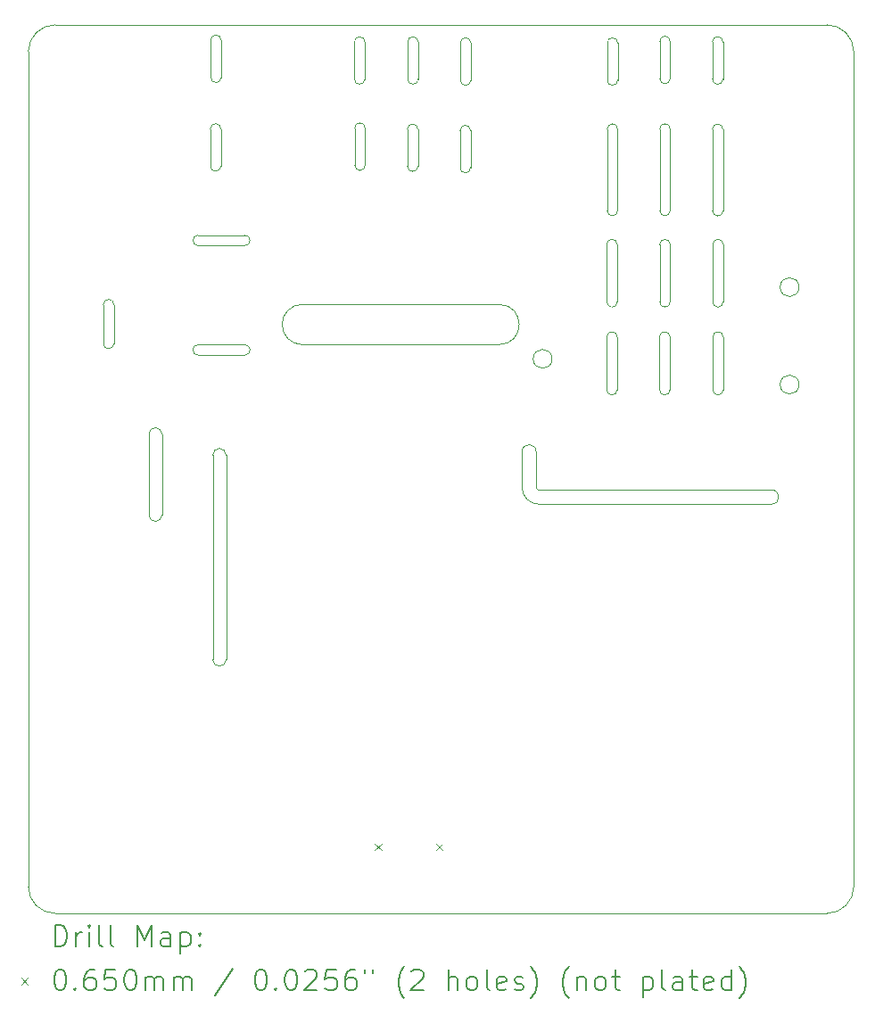
<source format=gbr>
%FSLAX45Y45*%
G04 Gerber Fmt 4.5, Leading zero omitted, Abs format (unit mm)*
G04 Created by KiCad (PCBNEW (6.0.4)) date 2022-03-20 23:45:55*
%MOMM*%
%LPD*%
G01*
G04 APERTURE LIST*
%TA.AperFunction,Profile*%
%ADD10C,0.050000*%
%TD*%
%TA.AperFunction,Profile*%
%ADD11C,0.100000*%
%TD*%
%ADD12C,0.200000*%
%ADD13C,0.065000*%
G04 APERTURE END LIST*
D10*
X20097750Y-15170150D02*
G75*
G03*
X20351750Y-14916150I0J254000D01*
G01*
X20351750Y-14916150D02*
X20351750Y-6991350D01*
X16183650Y-15170350D02*
X12769850Y-15170350D01*
X19832150Y-9226550D02*
G75*
G03*
X19832150Y-9226550I-90000J0D01*
G01*
D11*
X16985200Y-9771503D02*
X15115170Y-9771503D01*
D10*
X20097750Y-6737350D02*
X12769850Y-6737350D01*
D11*
X15115170Y-9391060D02*
X16985200Y-9391060D01*
D10*
X15115170Y-9391057D02*
G75*
G03*
X15115170Y-9771503I-1J-190223D01*
G01*
X12515850Y-14916150D02*
X12515850Y-6991350D01*
X16985200Y-9771500D02*
G75*
G03*
X16985200Y-9391060I0J190220D01*
G01*
X12515850Y-14916150D02*
G75*
G03*
X12769850Y-15170350I254200J0D01*
G01*
X20097750Y-15170150D02*
X16183650Y-15170350D01*
X20351750Y-6991350D02*
G75*
G03*
X20097750Y-6737350I-254000J0D01*
G01*
X18609605Y-9365955D02*
X18609605Y-8822985D01*
X19010040Y-6899910D02*
X19010040Y-7250750D01*
X17487730Y-9907270D02*
G75*
G03*
X17487730Y-9907270I-90000J0D01*
G01*
X15611520Y-6899910D02*
X15611520Y-7250750D01*
D11*
X17202150Y-11126470D02*
X17202150Y-10788650D01*
D10*
X14571237Y-9872918D02*
G75*
G03*
X14571237Y-9773263I3J49828D01*
G01*
X18011820Y-7260910D02*
G75*
G03*
X18111470Y-7260910I49825J0D01*
G01*
X18007035Y-8822985D02*
X18007035Y-9365955D01*
X18111470Y-6910070D02*
G75*
G03*
X18011820Y-6910070I-49825J0D01*
G01*
X16214090Y-8078790D02*
X16214090Y-7727950D01*
X14245000Y-7725410D02*
X14245000Y-8076250D01*
X18106685Y-9365955D02*
X18106685Y-8822985D01*
X18007035Y-10200000D02*
G75*
G03*
X18106685Y-10200000I49825J0D01*
G01*
X16116980Y-7250750D02*
G75*
G03*
X16216630Y-7250750I49825J0D01*
G01*
X19010335Y-8500990D02*
G75*
G03*
X19109985Y-8500990I49825J0D01*
G01*
X14393650Y-10821350D02*
G75*
G03*
X14266650Y-10821350I-63500J0D01*
G01*
X19832150Y-10151110D02*
G75*
G03*
X19832150Y-10151110I-90000J0D01*
G01*
X17202150Y-11126470D02*
G75*
G03*
X17362170Y-11286490I160020J0D01*
G01*
X19112525Y-9365955D02*
X19112525Y-8822985D01*
X18509955Y-9365955D02*
G75*
G03*
X18609605Y-9365955I49825J0D01*
G01*
X16216630Y-6899910D02*
G75*
G03*
X16116980Y-6899910I-49825J0D01*
G01*
X19010040Y-7250750D02*
G75*
G03*
X19109690Y-7250750I49825J0D01*
G01*
X14571237Y-8733438D02*
X14128062Y-8733438D01*
X15614060Y-7717790D02*
X15614060Y-8068630D01*
X18106685Y-8822985D02*
G75*
G03*
X18007035Y-8822985I-49825J0D01*
G01*
X19010335Y-7728245D02*
X19010335Y-8500990D01*
X19109985Y-8500990D02*
X19109985Y-7728245D01*
X14128062Y-9773433D02*
G75*
G03*
X14128062Y-9873088I-283J-49828D01*
G01*
X16617360Y-6910070D02*
X16617360Y-7260910D01*
D11*
X17362170Y-11151870D02*
X19571970Y-11151870D01*
D10*
X17336770Y-10788650D02*
G75*
G03*
X17202150Y-10788650I-67310J0D01*
G01*
X18507415Y-9700000D02*
X18507415Y-10200000D01*
X14128062Y-9873088D02*
X14571237Y-9872913D01*
X16614820Y-7740650D02*
X16614820Y-8091490D01*
D11*
X17336770Y-10788650D02*
X17336770Y-11126470D01*
D10*
X19112525Y-8822985D02*
G75*
G03*
X19012875Y-8822985I-49825J0D01*
G01*
X18010650Y-7727070D02*
X18010650Y-8499815D01*
X14247650Y-7235190D02*
G75*
G03*
X14347300Y-7235190I49825J0D01*
G01*
X15611520Y-7250750D02*
G75*
G03*
X15711170Y-7250750I49825J0D01*
G01*
X18609310Y-7245670D02*
X18609310Y-6894830D01*
X19112525Y-10200000D02*
X19112525Y-9700000D01*
X15713710Y-8068630D02*
X15713710Y-7717790D01*
X18007035Y-9700000D02*
X18007035Y-10200000D01*
X19109985Y-7728245D02*
G75*
G03*
X19010335Y-7728245I-49825J0D01*
G01*
X16114440Y-8078790D02*
G75*
G03*
X16214090Y-8078790I49825J0D01*
G01*
X18011820Y-6910070D02*
X18011820Y-7260910D01*
X16714470Y-8091490D02*
X16714470Y-7740650D01*
X19012875Y-9700000D02*
X19012875Y-10200000D01*
X13229000Y-9760925D02*
G75*
G03*
X13328650Y-9760925I49825J0D01*
G01*
D11*
X19571970Y-11286490D02*
X17362170Y-11286490D01*
D10*
X18609605Y-8498450D02*
X18609605Y-7725705D01*
X18010650Y-8499815D02*
G75*
G03*
X18110300Y-8499815I49825J0D01*
G01*
X17336770Y-11126470D02*
G75*
G03*
X17362170Y-11151870I25400J0D01*
G01*
X15614060Y-8068630D02*
G75*
G03*
X15713710Y-8068630I49825J0D01*
G01*
X14347300Y-6884350D02*
G75*
G03*
X14247650Y-6884350I-49825J0D01*
G01*
X14347300Y-7235190D02*
X14347300Y-6884350D01*
X14571237Y-8833083D02*
G75*
G03*
X14571237Y-8733438I3J49823D01*
G01*
X14344650Y-8076250D02*
X14344650Y-7725410D01*
X18110300Y-8499815D02*
X18110300Y-7727070D01*
X14344650Y-7725410D02*
G75*
G03*
X14245000Y-7725410I-49825J0D01*
G01*
X14245000Y-8076250D02*
G75*
G03*
X14344650Y-8076250I49825J0D01*
G01*
X13786650Y-10624350D02*
X13786650Y-11386350D01*
X16717010Y-7260910D02*
X16717010Y-6910070D01*
X16116980Y-6899910D02*
X16116980Y-7250750D01*
X13659650Y-11386350D02*
X13659650Y-10624350D01*
X14266650Y-12761910D02*
G75*
G03*
X14393650Y-12761910I63500J1561D01*
G01*
X18509955Y-8822985D02*
X18509955Y-9365955D01*
X16717010Y-6910070D02*
G75*
G03*
X16617360Y-6910070I-49825J0D01*
G01*
X18007035Y-9365955D02*
G75*
G03*
X18106685Y-9365955I49825J0D01*
G01*
X16114440Y-7727950D02*
X16114440Y-8078790D01*
X12769850Y-6737350D02*
G75*
G03*
X12515850Y-6991350I0J-254000D01*
G01*
X14128062Y-8733433D02*
G75*
G03*
X14128062Y-8833088I-3J-49828D01*
G01*
X16214090Y-7727950D02*
G75*
G03*
X16114440Y-7727950I-49825J0D01*
G01*
X13229000Y-9392975D02*
X13229000Y-9760925D01*
X18509955Y-7725705D02*
X18509955Y-8498450D01*
X16216630Y-7250750D02*
X16216630Y-6899910D01*
X18609605Y-8822985D02*
G75*
G03*
X18509955Y-8822985I-49825J0D01*
G01*
X18509660Y-7245670D02*
G75*
G03*
X18609310Y-7245670I49825J0D01*
G01*
X18609310Y-6894830D02*
G75*
G03*
X18509660Y-6894830I-49825J0D01*
G01*
X14266650Y-10821350D02*
X14266650Y-12761910D01*
X16614820Y-8091490D02*
G75*
G03*
X16714470Y-8091490I49825J0D01*
G01*
X19112525Y-9700000D02*
G75*
G03*
X19012875Y-9700000I-49825J0D01*
G01*
X19012875Y-9365955D02*
G75*
G03*
X19112525Y-9365955I49825J0D01*
G01*
X18509955Y-8498450D02*
G75*
G03*
X18609605Y-8498450I49825J0D01*
G01*
X15713710Y-7717790D02*
G75*
G03*
X15614060Y-7717790I-49825J0D01*
G01*
X18507415Y-10200000D02*
G75*
G03*
X18607065Y-10200000I49825J0D01*
G01*
X19109690Y-7250750D02*
X19109690Y-6899910D01*
X18609605Y-7725705D02*
G75*
G03*
X18509955Y-7725705I-49825J0D01*
G01*
X15711170Y-6899910D02*
G75*
G03*
X15611520Y-6899910I-49825J0D01*
G01*
X15711170Y-7250750D02*
X15711170Y-6899910D01*
X14247650Y-6884350D02*
X14247650Y-7235190D01*
X19012875Y-8822985D02*
X19012875Y-9365955D01*
X14571237Y-9773263D02*
X14128062Y-9773438D01*
X18106685Y-10200000D02*
X18106685Y-9700000D01*
X13328650Y-9392975D02*
G75*
G03*
X13229000Y-9392975I-49825J0D01*
G01*
X19571970Y-11286490D02*
G75*
G03*
X19571970Y-11151870I0J67310D01*
G01*
X18106685Y-9700000D02*
G75*
G03*
X18007035Y-9700000I-49825J0D01*
G01*
X18607065Y-9700000D02*
G75*
G03*
X18507415Y-9700000I-49825J0D01*
G01*
X16714470Y-7740650D02*
G75*
G03*
X16614820Y-7740650I-49825J0D01*
G01*
X19109690Y-6899910D02*
G75*
G03*
X19010040Y-6899910I-49825J0D01*
G01*
X16617360Y-7260910D02*
G75*
G03*
X16717010Y-7260910I49825J0D01*
G01*
X13328650Y-9760925D02*
X13328650Y-9392975D01*
X18509660Y-6894830D02*
X18509660Y-7245670D01*
X18607065Y-10200000D02*
X18607065Y-9700000D01*
X18111470Y-7260910D02*
X18111470Y-6910070D01*
X14128062Y-8833088D02*
X14571237Y-8833088D01*
X14393650Y-12761910D02*
X14393650Y-10821350D01*
X18110300Y-7727070D02*
G75*
G03*
X18010650Y-7727070I-49825J0D01*
G01*
X13659650Y-11386350D02*
G75*
G03*
X13786650Y-11386350I63500J0D01*
G01*
X19012875Y-10200000D02*
G75*
G03*
X19112525Y-10200000I49825J0D01*
G01*
X13786650Y-10624350D02*
G75*
G03*
X13659650Y-10624350I-63500J0D01*
G01*
D12*
D13*
X15805800Y-14507590D02*
X15870800Y-14572590D01*
X15870800Y-14507590D02*
X15805800Y-14572590D01*
X16383800Y-14507590D02*
X16448800Y-14572590D01*
X16448800Y-14507590D02*
X16383800Y-14572590D01*
D12*
X12770969Y-15483326D02*
X12770969Y-15283326D01*
X12818588Y-15283326D01*
X12847159Y-15292850D01*
X12866207Y-15311898D01*
X12875731Y-15330945D01*
X12885255Y-15369040D01*
X12885255Y-15397612D01*
X12875731Y-15435707D01*
X12866207Y-15454755D01*
X12847159Y-15473802D01*
X12818588Y-15483326D01*
X12770969Y-15483326D01*
X12970969Y-15483326D02*
X12970969Y-15349993D01*
X12970969Y-15388088D02*
X12980493Y-15369040D01*
X12990017Y-15359517D01*
X13009064Y-15349993D01*
X13028112Y-15349993D01*
X13094778Y-15483326D02*
X13094778Y-15349993D01*
X13094778Y-15283326D02*
X13085255Y-15292850D01*
X13094778Y-15302374D01*
X13104302Y-15292850D01*
X13094778Y-15283326D01*
X13094778Y-15302374D01*
X13218588Y-15483326D02*
X13199540Y-15473802D01*
X13190017Y-15454755D01*
X13190017Y-15283326D01*
X13323350Y-15483326D02*
X13304302Y-15473802D01*
X13294778Y-15454755D01*
X13294778Y-15283326D01*
X13551921Y-15483326D02*
X13551921Y-15283326D01*
X13618588Y-15426183D01*
X13685255Y-15283326D01*
X13685255Y-15483326D01*
X13866207Y-15483326D02*
X13866207Y-15378564D01*
X13856683Y-15359517D01*
X13837636Y-15349993D01*
X13799540Y-15349993D01*
X13780493Y-15359517D01*
X13866207Y-15473802D02*
X13847159Y-15483326D01*
X13799540Y-15483326D01*
X13780493Y-15473802D01*
X13770969Y-15454755D01*
X13770969Y-15435707D01*
X13780493Y-15416659D01*
X13799540Y-15407136D01*
X13847159Y-15407136D01*
X13866207Y-15397612D01*
X13961445Y-15349993D02*
X13961445Y-15549993D01*
X13961445Y-15359517D02*
X13980493Y-15349993D01*
X14018588Y-15349993D01*
X14037636Y-15359517D01*
X14047159Y-15369040D01*
X14056683Y-15388088D01*
X14056683Y-15445231D01*
X14047159Y-15464278D01*
X14037636Y-15473802D01*
X14018588Y-15483326D01*
X13980493Y-15483326D01*
X13961445Y-15473802D01*
X14142398Y-15464278D02*
X14151921Y-15473802D01*
X14142398Y-15483326D01*
X14132874Y-15473802D01*
X14142398Y-15464278D01*
X14142398Y-15483326D01*
X14142398Y-15359517D02*
X14151921Y-15369040D01*
X14142398Y-15378564D01*
X14132874Y-15369040D01*
X14142398Y-15359517D01*
X14142398Y-15378564D01*
D13*
X12448350Y-15780350D02*
X12513350Y-15845350D01*
X12513350Y-15780350D02*
X12448350Y-15845350D01*
D12*
X12809064Y-15703326D02*
X12828112Y-15703326D01*
X12847159Y-15712850D01*
X12856683Y-15722374D01*
X12866207Y-15741421D01*
X12875731Y-15779517D01*
X12875731Y-15827136D01*
X12866207Y-15865231D01*
X12856683Y-15884278D01*
X12847159Y-15893802D01*
X12828112Y-15903326D01*
X12809064Y-15903326D01*
X12790017Y-15893802D01*
X12780493Y-15884278D01*
X12770969Y-15865231D01*
X12761445Y-15827136D01*
X12761445Y-15779517D01*
X12770969Y-15741421D01*
X12780493Y-15722374D01*
X12790017Y-15712850D01*
X12809064Y-15703326D01*
X12961445Y-15884278D02*
X12970969Y-15893802D01*
X12961445Y-15903326D01*
X12951921Y-15893802D01*
X12961445Y-15884278D01*
X12961445Y-15903326D01*
X13142398Y-15703326D02*
X13104302Y-15703326D01*
X13085255Y-15712850D01*
X13075731Y-15722374D01*
X13056683Y-15750945D01*
X13047159Y-15789040D01*
X13047159Y-15865231D01*
X13056683Y-15884278D01*
X13066207Y-15893802D01*
X13085255Y-15903326D01*
X13123350Y-15903326D01*
X13142398Y-15893802D01*
X13151921Y-15884278D01*
X13161445Y-15865231D01*
X13161445Y-15817612D01*
X13151921Y-15798564D01*
X13142398Y-15789040D01*
X13123350Y-15779517D01*
X13085255Y-15779517D01*
X13066207Y-15789040D01*
X13056683Y-15798564D01*
X13047159Y-15817612D01*
X13342398Y-15703326D02*
X13247159Y-15703326D01*
X13237636Y-15798564D01*
X13247159Y-15789040D01*
X13266207Y-15779517D01*
X13313826Y-15779517D01*
X13332874Y-15789040D01*
X13342398Y-15798564D01*
X13351921Y-15817612D01*
X13351921Y-15865231D01*
X13342398Y-15884278D01*
X13332874Y-15893802D01*
X13313826Y-15903326D01*
X13266207Y-15903326D01*
X13247159Y-15893802D01*
X13237636Y-15884278D01*
X13475731Y-15703326D02*
X13494778Y-15703326D01*
X13513826Y-15712850D01*
X13523350Y-15722374D01*
X13532874Y-15741421D01*
X13542398Y-15779517D01*
X13542398Y-15827136D01*
X13532874Y-15865231D01*
X13523350Y-15884278D01*
X13513826Y-15893802D01*
X13494778Y-15903326D01*
X13475731Y-15903326D01*
X13456683Y-15893802D01*
X13447159Y-15884278D01*
X13437636Y-15865231D01*
X13428112Y-15827136D01*
X13428112Y-15779517D01*
X13437636Y-15741421D01*
X13447159Y-15722374D01*
X13456683Y-15712850D01*
X13475731Y-15703326D01*
X13628112Y-15903326D02*
X13628112Y-15769993D01*
X13628112Y-15789040D02*
X13637636Y-15779517D01*
X13656683Y-15769993D01*
X13685255Y-15769993D01*
X13704302Y-15779517D01*
X13713826Y-15798564D01*
X13713826Y-15903326D01*
X13713826Y-15798564D02*
X13723350Y-15779517D01*
X13742398Y-15769993D01*
X13770969Y-15769993D01*
X13790017Y-15779517D01*
X13799540Y-15798564D01*
X13799540Y-15903326D01*
X13894778Y-15903326D02*
X13894778Y-15769993D01*
X13894778Y-15789040D02*
X13904302Y-15779517D01*
X13923350Y-15769993D01*
X13951921Y-15769993D01*
X13970969Y-15779517D01*
X13980493Y-15798564D01*
X13980493Y-15903326D01*
X13980493Y-15798564D02*
X13990017Y-15779517D01*
X14009064Y-15769993D01*
X14037636Y-15769993D01*
X14056683Y-15779517D01*
X14066207Y-15798564D01*
X14066207Y-15903326D01*
X14456683Y-15693802D02*
X14285255Y-15950945D01*
X14713826Y-15703326D02*
X14732874Y-15703326D01*
X14751921Y-15712850D01*
X14761445Y-15722374D01*
X14770969Y-15741421D01*
X14780493Y-15779517D01*
X14780493Y-15827136D01*
X14770969Y-15865231D01*
X14761445Y-15884278D01*
X14751921Y-15893802D01*
X14732874Y-15903326D01*
X14713826Y-15903326D01*
X14694778Y-15893802D01*
X14685255Y-15884278D01*
X14675731Y-15865231D01*
X14666207Y-15827136D01*
X14666207Y-15779517D01*
X14675731Y-15741421D01*
X14685255Y-15722374D01*
X14694778Y-15712850D01*
X14713826Y-15703326D01*
X14866207Y-15884278D02*
X14875731Y-15893802D01*
X14866207Y-15903326D01*
X14856683Y-15893802D01*
X14866207Y-15884278D01*
X14866207Y-15903326D01*
X14999540Y-15703326D02*
X15018588Y-15703326D01*
X15037636Y-15712850D01*
X15047159Y-15722374D01*
X15056683Y-15741421D01*
X15066207Y-15779517D01*
X15066207Y-15827136D01*
X15056683Y-15865231D01*
X15047159Y-15884278D01*
X15037636Y-15893802D01*
X15018588Y-15903326D01*
X14999540Y-15903326D01*
X14980493Y-15893802D01*
X14970969Y-15884278D01*
X14961445Y-15865231D01*
X14951921Y-15827136D01*
X14951921Y-15779517D01*
X14961445Y-15741421D01*
X14970969Y-15722374D01*
X14980493Y-15712850D01*
X14999540Y-15703326D01*
X15142398Y-15722374D02*
X15151921Y-15712850D01*
X15170969Y-15703326D01*
X15218588Y-15703326D01*
X15237636Y-15712850D01*
X15247159Y-15722374D01*
X15256683Y-15741421D01*
X15256683Y-15760469D01*
X15247159Y-15789040D01*
X15132874Y-15903326D01*
X15256683Y-15903326D01*
X15437636Y-15703326D02*
X15342398Y-15703326D01*
X15332874Y-15798564D01*
X15342398Y-15789040D01*
X15361445Y-15779517D01*
X15409064Y-15779517D01*
X15428112Y-15789040D01*
X15437636Y-15798564D01*
X15447159Y-15817612D01*
X15447159Y-15865231D01*
X15437636Y-15884278D01*
X15428112Y-15893802D01*
X15409064Y-15903326D01*
X15361445Y-15903326D01*
X15342398Y-15893802D01*
X15332874Y-15884278D01*
X15618588Y-15703326D02*
X15580493Y-15703326D01*
X15561445Y-15712850D01*
X15551921Y-15722374D01*
X15532874Y-15750945D01*
X15523350Y-15789040D01*
X15523350Y-15865231D01*
X15532874Y-15884278D01*
X15542398Y-15893802D01*
X15561445Y-15903326D01*
X15599540Y-15903326D01*
X15618588Y-15893802D01*
X15628112Y-15884278D01*
X15637636Y-15865231D01*
X15637636Y-15817612D01*
X15628112Y-15798564D01*
X15618588Y-15789040D01*
X15599540Y-15779517D01*
X15561445Y-15779517D01*
X15542398Y-15789040D01*
X15532874Y-15798564D01*
X15523350Y-15817612D01*
X15713826Y-15703326D02*
X15713826Y-15741421D01*
X15790017Y-15703326D02*
X15790017Y-15741421D01*
X16085255Y-15979517D02*
X16075731Y-15969993D01*
X16056683Y-15941421D01*
X16047159Y-15922374D01*
X16037636Y-15893802D01*
X16028112Y-15846183D01*
X16028112Y-15808088D01*
X16037636Y-15760469D01*
X16047159Y-15731898D01*
X16056683Y-15712850D01*
X16075731Y-15684278D01*
X16085255Y-15674755D01*
X16151921Y-15722374D02*
X16161445Y-15712850D01*
X16180493Y-15703326D01*
X16228112Y-15703326D01*
X16247159Y-15712850D01*
X16256683Y-15722374D01*
X16266207Y-15741421D01*
X16266207Y-15760469D01*
X16256683Y-15789040D01*
X16142398Y-15903326D01*
X16266207Y-15903326D01*
X16504302Y-15903326D02*
X16504302Y-15703326D01*
X16590017Y-15903326D02*
X16590017Y-15798564D01*
X16580493Y-15779517D01*
X16561445Y-15769993D01*
X16532874Y-15769993D01*
X16513826Y-15779517D01*
X16504302Y-15789040D01*
X16713826Y-15903326D02*
X16694778Y-15893802D01*
X16685255Y-15884278D01*
X16675731Y-15865231D01*
X16675731Y-15808088D01*
X16685255Y-15789040D01*
X16694778Y-15779517D01*
X16713826Y-15769993D01*
X16742398Y-15769993D01*
X16761445Y-15779517D01*
X16770969Y-15789040D01*
X16780493Y-15808088D01*
X16780493Y-15865231D01*
X16770969Y-15884278D01*
X16761445Y-15893802D01*
X16742398Y-15903326D01*
X16713826Y-15903326D01*
X16894779Y-15903326D02*
X16875731Y-15893802D01*
X16866207Y-15874755D01*
X16866207Y-15703326D01*
X17047160Y-15893802D02*
X17028112Y-15903326D01*
X16990017Y-15903326D01*
X16970969Y-15893802D01*
X16961445Y-15874755D01*
X16961445Y-15798564D01*
X16970969Y-15779517D01*
X16990017Y-15769993D01*
X17028112Y-15769993D01*
X17047160Y-15779517D01*
X17056683Y-15798564D01*
X17056683Y-15817612D01*
X16961445Y-15836659D01*
X17132874Y-15893802D02*
X17151921Y-15903326D01*
X17190017Y-15903326D01*
X17209064Y-15893802D01*
X17218588Y-15874755D01*
X17218588Y-15865231D01*
X17209064Y-15846183D01*
X17190017Y-15836659D01*
X17161445Y-15836659D01*
X17142398Y-15827136D01*
X17132874Y-15808088D01*
X17132874Y-15798564D01*
X17142398Y-15779517D01*
X17161445Y-15769993D01*
X17190017Y-15769993D01*
X17209064Y-15779517D01*
X17285255Y-15979517D02*
X17294779Y-15969993D01*
X17313826Y-15941421D01*
X17323350Y-15922374D01*
X17332874Y-15893802D01*
X17342398Y-15846183D01*
X17342398Y-15808088D01*
X17332874Y-15760469D01*
X17323350Y-15731898D01*
X17313826Y-15712850D01*
X17294779Y-15684278D01*
X17285255Y-15674755D01*
X17647160Y-15979517D02*
X17637636Y-15969993D01*
X17618588Y-15941421D01*
X17609064Y-15922374D01*
X17599540Y-15893802D01*
X17590017Y-15846183D01*
X17590017Y-15808088D01*
X17599540Y-15760469D01*
X17609064Y-15731898D01*
X17618588Y-15712850D01*
X17637636Y-15684278D01*
X17647160Y-15674755D01*
X17723350Y-15769993D02*
X17723350Y-15903326D01*
X17723350Y-15789040D02*
X17732874Y-15779517D01*
X17751921Y-15769993D01*
X17780493Y-15769993D01*
X17799540Y-15779517D01*
X17809064Y-15798564D01*
X17809064Y-15903326D01*
X17932874Y-15903326D02*
X17913826Y-15893802D01*
X17904302Y-15884278D01*
X17894779Y-15865231D01*
X17894779Y-15808088D01*
X17904302Y-15789040D01*
X17913826Y-15779517D01*
X17932874Y-15769993D01*
X17961445Y-15769993D01*
X17980493Y-15779517D01*
X17990017Y-15789040D01*
X17999540Y-15808088D01*
X17999540Y-15865231D01*
X17990017Y-15884278D01*
X17980493Y-15893802D01*
X17961445Y-15903326D01*
X17932874Y-15903326D01*
X18056683Y-15769993D02*
X18132874Y-15769993D01*
X18085255Y-15703326D02*
X18085255Y-15874755D01*
X18094779Y-15893802D01*
X18113826Y-15903326D01*
X18132874Y-15903326D01*
X18351921Y-15769993D02*
X18351921Y-15969993D01*
X18351921Y-15779517D02*
X18370969Y-15769993D01*
X18409064Y-15769993D01*
X18428112Y-15779517D01*
X18437636Y-15789040D01*
X18447160Y-15808088D01*
X18447160Y-15865231D01*
X18437636Y-15884278D01*
X18428112Y-15893802D01*
X18409064Y-15903326D01*
X18370969Y-15903326D01*
X18351921Y-15893802D01*
X18561445Y-15903326D02*
X18542398Y-15893802D01*
X18532874Y-15874755D01*
X18532874Y-15703326D01*
X18723350Y-15903326D02*
X18723350Y-15798564D01*
X18713826Y-15779517D01*
X18694779Y-15769993D01*
X18656683Y-15769993D01*
X18637636Y-15779517D01*
X18723350Y-15893802D02*
X18704302Y-15903326D01*
X18656683Y-15903326D01*
X18637636Y-15893802D01*
X18628112Y-15874755D01*
X18628112Y-15855707D01*
X18637636Y-15836659D01*
X18656683Y-15827136D01*
X18704302Y-15827136D01*
X18723350Y-15817612D01*
X18790017Y-15769993D02*
X18866207Y-15769993D01*
X18818588Y-15703326D02*
X18818588Y-15874755D01*
X18828112Y-15893802D01*
X18847160Y-15903326D01*
X18866207Y-15903326D01*
X19009064Y-15893802D02*
X18990017Y-15903326D01*
X18951921Y-15903326D01*
X18932874Y-15893802D01*
X18923350Y-15874755D01*
X18923350Y-15798564D01*
X18932874Y-15779517D01*
X18951921Y-15769993D01*
X18990017Y-15769993D01*
X19009064Y-15779517D01*
X19018588Y-15798564D01*
X19018588Y-15817612D01*
X18923350Y-15836659D01*
X19190017Y-15903326D02*
X19190017Y-15703326D01*
X19190017Y-15893802D02*
X19170969Y-15903326D01*
X19132874Y-15903326D01*
X19113826Y-15893802D01*
X19104302Y-15884278D01*
X19094779Y-15865231D01*
X19094779Y-15808088D01*
X19104302Y-15789040D01*
X19113826Y-15779517D01*
X19132874Y-15769993D01*
X19170969Y-15769993D01*
X19190017Y-15779517D01*
X19266207Y-15979517D02*
X19275731Y-15969993D01*
X19294779Y-15941421D01*
X19304302Y-15922374D01*
X19313826Y-15893802D01*
X19323350Y-15846183D01*
X19323350Y-15808088D01*
X19313826Y-15760469D01*
X19304302Y-15731898D01*
X19294779Y-15712850D01*
X19275731Y-15684278D01*
X19266207Y-15674755D01*
M02*

</source>
